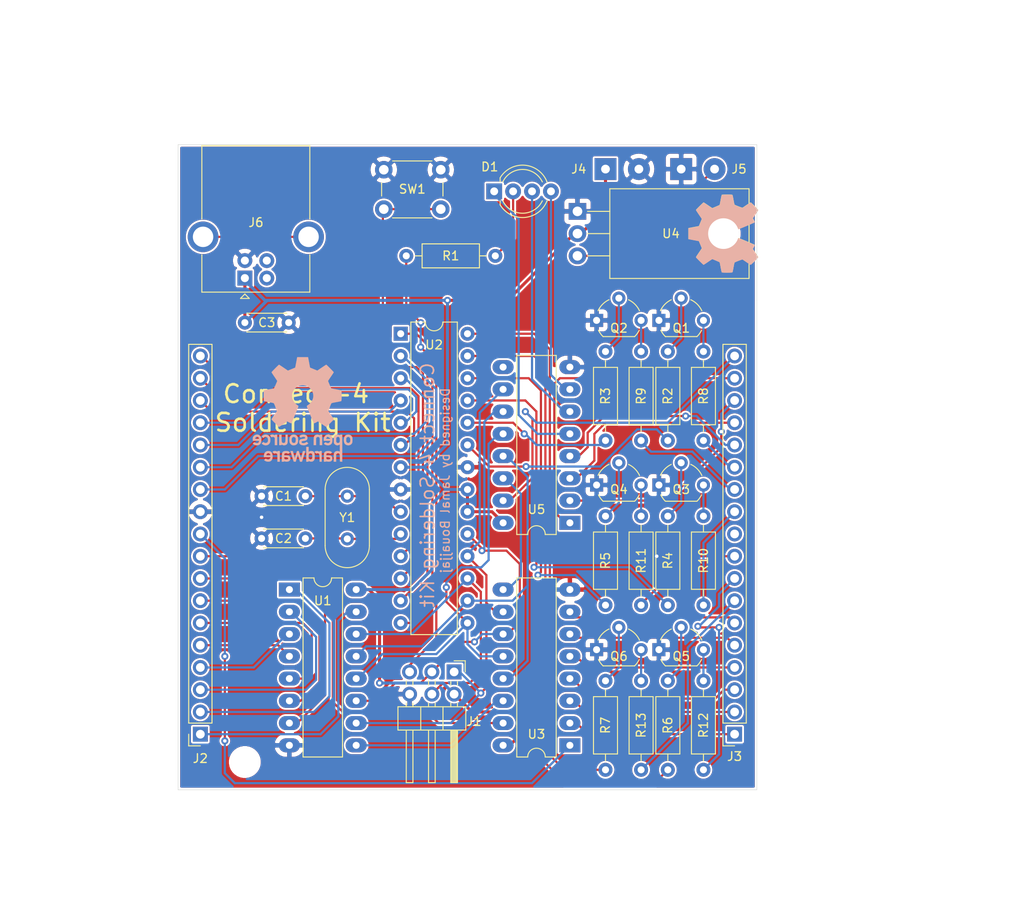
<source format=kicad_pcb>
(kicad_pcb (version 20171130) (host pcbnew "(5.1.5)-3")
  (layers (0 F.Cu signal) (31 B.Cu signal) (34 B.Paste user) (35 F.Paste user) (36 B.SilkS user) (37 F.SilkS user) (38 B.Mask user) (39 F.Mask user) (44 Edge.Cuts user))
  (net 0 "")
  (net 1 XTAL1)
  (net 2 XTAL2)
  (net 3 VCC)
  (net 4 ~RESET)
  (net 5 DATA)
  (net 6 SRCLK)
  (net 7 ~SRCLR)
  (net 8 "Net-(R2-Pad2)")
  (net 9 "Net-(R3-Pad2)")
  (net 10 "Net-(R4-Pad2)")
  (net 11 "Net-(R5-Pad2)")
  (net 12 "Net-(R6-Pad2)")
  (net 13 Button1)
  (net 14 Button2)
  (net 15 Button3)
  (net 16 Button4)
  (net 17 Button5)
  (net 18 Button6)
  (net 19 Button7)
  (net 20 ~OE)
  (net 21 RCLK)
  (net 22 "Net-(U3-Pad9)")
  (net 23 Row3_LEDs)
  (net 24 Row6_LEDs)
  (net 25 Row2_LEDs)
  (net 26 Row5_LEDs)
  (net 27 Row1_LEDs)
  (net 28 Row4_LEDs)
  (net 29 /C4R)
  (net 30 /C3B)
  (net 31 /C3G)
  (net 32 /C3R)
  (net 33 /C2B)
  (net 34 /C2G)
  (net 35 /C2R)
  (net 36 /C1B)
  (net 37 /C1G)
  (net 38 /C1R)
  (net 39 /C6G)
  (net 40 /C6B)
  (net 41 /C7R)
  (net 42 /C7G)
  (net 43 /C7B)
  (net 44 /C6R)
  (net 45 /C5B)
  (net 46 /C5G)
  (net 47 /C5R)
  (net 48 /C4B)
  (net 49 /C4G)
  (net 50 GND)
  (net 51 "Net-(R1-Pad2)")
  (net 52 "Net-(J5-Pad2)")
  (net 53 "Net-(U1-Pad9)")
  (net 54 "Net-(J3-Pad10)")
  (net 55 "Net-(J6-Pad3)")
  (net 56 "Net-(J6-Pad2)")
  (net 57 "Net-(U5-Pad9)")
  (net 58 "Net-(D1-Pad4)")
  (net 59 "Net-(D1-Pad3)")
  (net 60 Status_LED)
  (net 61 "Net-(D1-Pad1)")
  (net 62 "Net-(J6-Pad5)")
  (net 63 "Net-(R7-Pad2)")
  (net 64 Button8)
  (net 65 /R6)
  (net 66 /R5)
  (net 67 /R4)
  (net 68 /R3)
  (net 69 /R2)
  (net 70 /R1)
  (net 71 Row1_Base)
  (net 72 Row2_Base)
  (net 73 Row3_Base)
  (net 74 Row4_Base)
  (net 75 Row5_Base)
  (net 76 Row6_Base)
  (module MountingHole:MountingHole_3.2mm_M3_DIN965 (layer F.Cu) (at 109.22 147.955)
    (fp_text reference H1 hide)
    (fp_text value MountingHole)
    (pad 1 np_thru_hole circle (at 0 0) (size 3.2 3.2) (drill 3.2) (layers *.Cu *.Mask))
  )
  (module Symbol:OSHW-Logo_11.4x12mm_SilkScreen (layer B.Cu) (at 115.824 107.696 180)
    (fp_text reference REF** hide)
    (fp_text value OSHW-Logo_11.4x12mm_SilkScreen hide)
  )
  (module Symbol:OSHW-Symbol_8.9x8mm_SilkScreen (layer B.Cu) (at 163.83 87.63 270)
    (fp_text reference REF** hide)
    (fp_text value OSHW-Symbol_8.9x8mm_SilkScreen hide)
  )
  (module Symbol:OSHW-Symbol_8.9x8mm_SilkScreen (layer F.Cu) (at 163.83 87.63 90)
    (fp_text reference REF** hide)
    (fp_text value OSHW-Symbol_8.9x8mm_SilkScreen hide)
  )
  (module Package_TO_SOT_THT:TO-220-3_Horizontal_TabDown (layer F.Cu) (at 147.17 85.09 270)
    (fp_text reference U4 (at 2.54 -10.668 180) (layer F.SilkS))
    (fp_text value AZ1117-5.0)
    (pad "" np_thru_hole oval (at 2.54 -16.66 270) (size 3.5 3.5) (drill 3.5) (layers *.Cu *.Mask))
    (pad 1 thru_hole rect (at 0 0 270) (size 1.905 2) (drill 1.1) (layers *.Cu *.Mask) (net 50 GND))
    (pad 2 thru_hole oval (at 2.54 0 270) (size 1.905 2) (drill 1.1) (layers *.Cu *.Mask) (net 3 VCC))
    (pad 3 thru_hole oval (at 5.08 0 270) (size 1.905 2) (drill 1.1) (layers *.Cu *.Mask) (net 52 "Net-(J5-Pad2)"))
  )
  (module Package_TO_SOT_THT:TO-92_Wide (layer F.Cu) (at 149.352 135.128)
    (fp_text reference Q6 (at 2.55 0.762) (layer F.SilkS))
    (fp_text value 2N3904)
    (pad 1 thru_hole rect (at 0 0 90) (size 1.5 1.5) (drill 0.8) (layers *.Cu *.Mask) (net 50 GND))
    (pad 3 thru_hole circle (at 5.08 0 90) (size 1.5 1.5) (drill 0.8) (layers *.Cu *.Mask) (net 24 Row6_LEDs))
    (pad 2 thru_hole circle (at 2.54 -2.54 90) (size 1.5 1.5) (drill 0.8) (layers *.Cu *.Mask) (net 76 Row6_Base))
  )
  (module Package_TO_SOT_THT:TO-92_Wide (layer F.Cu) (at 156.464 135.128)
    (fp_text reference Q5 (at 2.55 0.762) (layer F.SilkS))
    (fp_text value 2N3904)
    (pad 1 thru_hole rect (at 0 0 90) (size 1.5 1.5) (drill 0.8) (layers *.Cu *.Mask) (net 50 GND))
    (pad 3 thru_hole circle (at 5.08 0 90) (size 1.5 1.5) (drill 0.8) (layers *.Cu *.Mask) (net 26 Row5_LEDs))
    (pad 2 thru_hole circle (at 2.54 -2.54 90) (size 1.5 1.5) (drill 0.8) (layers *.Cu *.Mask) (net 75 Row5_Base))
  )
  (module Package_TO_SOT_THT:TO-92_Wide (layer F.Cu) (at 149.352 116.332)
    (fp_text reference Q4 (at 2.55 0.508) (layer F.SilkS))
    (fp_text value 2N3904)
    (pad 1 thru_hole rect (at 0 0 90) (size 1.5 1.5) (drill 0.8) (layers *.Cu *.Mask) (net 50 GND))
    (pad 3 thru_hole circle (at 5.08 0 90) (size 1.5 1.5) (drill 0.8) (layers *.Cu *.Mask) (net 28 Row4_LEDs))
    (pad 2 thru_hole circle (at 2.54 -2.54 90) (size 1.5 1.5) (drill 0.8) (layers *.Cu *.Mask) (net 74 Row4_Base))
  )
  (module Package_TO_SOT_THT:TO-92_Wide (layer F.Cu) (at 156.464 116.332)
    (fp_text reference Q3 (at 2.55 0.508) (layer F.SilkS))
    (fp_text value 2N3904)
    (pad 1 thru_hole rect (at 0 0 90) (size 1.5 1.5) (drill 0.8) (layers *.Cu *.Mask) (net 50 GND))
    (pad 3 thru_hole circle (at 5.08 0 90) (size 1.5 1.5) (drill 0.8) (layers *.Cu *.Mask) (net 23 Row3_LEDs))
    (pad 2 thru_hole circle (at 2.54 -2.54 90) (size 1.5 1.5) (drill 0.8) (layers *.Cu *.Mask) (net 73 Row3_Base))
  )
  (module Package_TO_SOT_THT:TO-92_Wide (layer F.Cu) (at 149.352 97.536)
    (fp_text reference Q2 (at 2.55 0.889) (layer F.SilkS))
    (fp_text value 2N3904)
    (pad 1 thru_hole rect (at 0 0 90) (size 1.5 1.5) (drill 0.8) (layers *.Cu *.Mask) (net 50 GND))
    (pad 3 thru_hole circle (at 5.08 0 90) (size 1.5 1.5) (drill 0.8) (layers *.Cu *.Mask) (net 25 Row2_LEDs))
    (pad 2 thru_hole circle (at 2.54 -2.54 90) (size 1.5 1.5) (drill 0.8) (layers *.Cu *.Mask) (net 72 Row2_Base))
  )
  (module Package_TO_SOT_THT:TO-92_Wide (layer F.Cu) (at 156.464 97.536)
    (fp_text reference Q1 (at 2.55 0.889) (layer F.SilkS))
    (fp_text value 2N3904)
    (pad 1 thru_hole rect (at 0 0 90) (size 1.5 1.5) (drill 0.8) (layers *.Cu *.Mask) (net 50 GND))
    (pad 3 thru_hole circle (at 5.08 0 90) (size 1.5 1.5) (drill 0.8) (layers *.Cu *.Mask) (net 27 Row1_LEDs))
    (pad 2 thru_hole circle (at 2.54 -2.54 90) (size 1.5 1.5) (drill 0.8) (layers *.Cu *.Mask) (net 71 Row1_Base))
  )
  (module Resistor_THT:R_Axial_DIN0207_L6.3mm_D2.5mm_P10.16mm_Horizontal (layer F.Cu) (at 154.432 148.844 90)
    (fp_text reference R13 (at 5.08 0 90) (layer F.SilkS))
    (fp_text value R)
    (pad 2 thru_hole oval (at 10.16 0 90) (size 1.6 1.6) (drill 0.8) (layers *.Cu *.Mask) (net 24 Row6_LEDs))
    (pad 1 thru_hole circle (at 0 0 90) (size 1.6 1.6) (drill 0.8) (layers *.Cu *.Mask) (net 65 /R6))
  )
  (module Resistor_THT:R_Axial_DIN0207_L6.3mm_D2.5mm_P10.16mm_Horizontal (layer F.Cu) (at 161.544 148.844 90)
    (fp_text reference R12 (at 5.08 0 90) (layer F.SilkS))
    (fp_text value R)
    (pad 2 thru_hole oval (at 10.16 0 90) (size 1.6 1.6) (drill 0.8) (layers *.Cu *.Mask) (net 26 Row5_LEDs))
    (pad 1 thru_hole circle (at 0 0 90) (size 1.6 1.6) (drill 0.8) (layers *.Cu *.Mask) (net 66 /R5))
  )
  (module Resistor_THT:R_Axial_DIN0207_L6.3mm_D2.5mm_P10.16mm_Horizontal (layer F.Cu) (at 154.432 130.048 90)
    (fp_text reference R11 (at 5.08 0 90) (layer F.SilkS))
    (fp_text value R)
    (pad 2 thru_hole oval (at 10.16 0 90) (size 1.6 1.6) (drill 0.8) (layers *.Cu *.Mask) (net 28 Row4_LEDs))
    (pad 1 thru_hole circle (at 0 0 90) (size 1.6 1.6) (drill 0.8) (layers *.Cu *.Mask) (net 67 /R4))
  )
  (module Resistor_THT:R_Axial_DIN0207_L6.3mm_D2.5mm_P10.16mm_Horizontal (layer F.Cu) (at 161.544 130.048 90)
    (fp_text reference R10 (at 5.08 0 90) (layer F.SilkS))
    (fp_text value R)
    (pad 2 thru_hole oval (at 10.16 0 90) (size 1.6 1.6) (drill 0.8) (layers *.Cu *.Mask) (net 23 Row3_LEDs))
    (pad 1 thru_hole circle (at 0 0 90) (size 1.6 1.6) (drill 0.8) (layers *.Cu *.Mask) (net 68 /R3))
  )
  (module Resistor_THT:R_Axial_DIN0207_L6.3mm_D2.5mm_P10.16mm_Horizontal (layer F.Cu) (at 154.432 111.252 90)
    (fp_text reference R9 (at 5.08 0 90) (layer F.SilkS))
    (fp_text value R)
    (pad 2 thru_hole oval (at 10.16 0 90) (size 1.6 1.6) (drill 0.8) (layers *.Cu *.Mask) (net 25 Row2_LEDs))
    (pad 1 thru_hole circle (at 0 0 90) (size 1.6 1.6) (drill 0.8) (layers *.Cu *.Mask) (net 69 /R2))
  )
  (module Resistor_THT:R_Axial_DIN0207_L6.3mm_D2.5mm_P10.16mm_Horizontal (layer F.Cu) (at 161.544 111.252 90)
    (fp_text reference R8 (at 5.08 0 90) (layer F.SilkS))
    (fp_text value R)
    (pad 2 thru_hole oval (at 10.16 0 90) (size 1.6 1.6) (drill 0.8) (layers *.Cu *.Mask) (net 27 Row1_LEDs))
    (pad 1 thru_hole circle (at 0 0 90) (size 1.6 1.6) (drill 0.8) (layers *.Cu *.Mask) (net 70 /R1))
  )
  (module Connector_PinHeader_2.54mm:PinHeader_2x03_P2.54mm_Horizontal (layer F.Cu) (at 133.096 137.668 270)
    (fp_text reference J1 (at 5.655 -2.27 180) (layer F.SilkS))
    (fp_text value AVR-ISP-6)
    (pad 6 thru_hole oval (at 2.54 5.08 270) (size 1.7 1.7) (drill 1) (layers *.Cu *.Mask) (net 50 GND))
    (pad 5 thru_hole oval (at 0 5.08 270) (size 1.7 1.7) (drill 1) (layers *.Cu *.Mask) (net 4 ~RESET))
    (pad 4 thru_hole oval (at 2.54 2.54 270) (size 1.7 1.7) (drill 1) (layers *.Cu *.Mask) (net 5 DATA))
    (pad 3 thru_hole oval (at 0 2.54 270) (size 1.7 1.7) (drill 1) (layers *.Cu *.Mask) (net 6 SRCLK))
    (pad 2 thru_hole oval (at 2.54 0 270) (size 1.7 1.7) (drill 1) (layers *.Cu *.Mask) (net 3 VCC))
    (pad 1 thru_hole rect (at 0 0 270) (size 1.7 1.7) (drill 1) (layers *.Cu *.Mask) (net 7 ~SRCLR))
  )
  (module Button_Switch_THT:SW_PUSH_6mm_H5mm (layer F.Cu) (at 131.572 84.836 180)
    (fp_text reference SW1 (at 3.25 2.286) (layer F.SilkS))
    (fp_text value SW_SPST)
    (pad 1 thru_hole circle (at 6.5 0 270) (size 2 2) (drill 1.1) (layers *.Cu *.Mask) (net 64 Button8))
    (pad 2 thru_hole circle (at 6.5 4.5 270) (size 2 2) (drill 1.1) (layers *.Cu *.Mask) (net 50 GND))
    (pad 1 thru_hole circle (at 0 0 270) (size 2 2) (drill 1.1) (layers *.Cu *.Mask) (net 64 Button8))
    (pad 2 thru_hole circle (at 0 4.5 270) (size 2 2) (drill 1.1) (layers *.Cu *.Mask) (net 50 GND))
  )
  (module Resistor_THT:R_Axial_DIN0207_L6.3mm_D2.5mm_P10.16mm_Horizontal (layer F.Cu) (at 137.795 90.17 180)
    (fp_text reference R1 (at 5.08 0) (layer F.SilkS))
    (fp_text value R)
    (pad 2 thru_hole oval (at 10.16 0 180) (size 1.6 1.6) (drill 0.8) (layers *.Cu *.Mask) (net 51 "Net-(R1-Pad2)"))
    (pad 1 thru_hole circle (at 0 0 180) (size 1.6 1.6) (drill 0.8) (layers *.Cu *.Mask) (net 60 Status_LED))
  )
  (module Connector_USB:USB_B_OST_USB-B1HSxx_Horizontal (layer F.Cu) (at 109.22 92.71 90)
    (fp_text reference J6 (at 6.35 1.27 180) (layer F.SilkS))
    (fp_text value USB_B)
    (pad 5 thru_hole circle (at 4.71 7.27 90) (size 3.5 3.5) (drill 2.33) (layers *.Cu *.Mask) (net 62 "Net-(J6-Pad5)"))
    (pad 5 thru_hole circle (at 4.71 -4.77 90) (size 3.5 3.5) (drill 2.33) (layers *.Cu *.Mask) (net 62 "Net-(J6-Pad5)"))
    (pad 4 thru_hole circle (at 2 0 90) (size 1.7 1.7) (drill 0.92) (layers *.Cu *.Mask) (net 50 GND))
    (pad 3 thru_hole circle (at 2 2.5 90) (size 1.7 1.7) (drill 0.92) (layers *.Cu *.Mask) (net 55 "Net-(J6-Pad3)"))
    (pad 2 thru_hole circle (at 0 2.5 90) (size 1.7 1.7) (drill 0.92) (layers *.Cu *.Mask) (net 56 "Net-(J6-Pad2)"))
    (pad 1 thru_hole rect (at 0 0 90) (size 1.7 1.7) (drill 0.92) (layers *.Cu *.Mask) (net 3 VCC))
  )
  (module LED_THT:LED_D5.0mm-4_RGB_Wide_Pins (layer F.Cu) (at 137.668 82.804)
    (fp_text reference D1 (at -0.508 -2.794) (layer F.SilkS))
    (fp_text value LED_RCGB)
    (pad 4 thru_hole circle (at 6.477 0) (size 1.8 1.8) (drill 0.9) (layers *.Cu *.Mask) (net 58 "Net-(D1-Pad4)"))
    (pad 3 thru_hole circle (at 4.318 0) (size 1.8 1.8) (drill 0.9) (layers *.Cu *.Mask) (net 59 "Net-(D1-Pad3)"))
    (pad 2 thru_hole circle (at 2.159 0) (size 1.8 1.8) (drill 0.9) (layers *.Cu *.Mask) (net 60 Status_LED))
    (pad 1 thru_hole rect (at 0 0) (size 1.8 1.8) (drill 0.9) (layers *.Cu *.Mask) (net 61 "Net-(D1-Pad1)"))
  )
  (module Connector_Wire:SolderWirePad_1x02_P3.81mm_Drill1mm (layer F.Cu) (at 150.368 80.264)
    (fp_text reference J4 (at -3.048 0) (layer F.SilkS))
    (fp_text value Conn_01x02)
    (pad 1 thru_hole rect (at 0 0) (size 2.49936 2.49936) (drill 1.00076) (layers *.Cu *.Mask) (net 3 VCC))
    (pad 2 thru_hole circle (at 3.81 0) (size 2.49936 2.49936) (drill 1.00076) (layers *.Cu *.Mask) (net 50 GND))
  )
  (module Connector_Wire:SolderWirePad_1x02_P3.81mm_Drill1mm (layer F.Cu) (at 159.004 80.264)
    (fp_text reference J5 (at 6.604 0) (layer F.SilkS))
    (fp_text value Conn_01x02)
    (pad 1 thru_hole rect (at 0 0) (size 2.49936 2.49936) (drill 1.00076) (layers *.Cu *.Mask) (net 50 GND))
    (pad 2 thru_hole circle (at 3.81 0) (size 2.49936 2.49936) (drill 1.00076) (layers *.Cu *.Mask) (net 52 "Net-(J5-Pad2)"))
  )
  (module Crystal:Crystal_HC49-4H_Vertical (layer F.Cu) (at 120.904 117.602 270)
    (fp_text reference Y1 (at 2.44 0 180) (layer F.SilkS))
    (fp_text value "16 Mhz")
    (pad 2 thru_hole circle (at 4.88 0 270) (size 1.5 1.5) (drill 0.8) (layers *.Cu *.Mask) (net 2 XTAL2))
    (pad 1 thru_hole circle (at 0 0 270) (size 1.5 1.5) (drill 0.8) (layers *.Cu *.Mask) (net 1 XTAL1))
  )
  (module Connector_PinSocket_2.54mm:PinSocket_1x18_P2.54mm_Vertical (layer F.Cu) (at 165.1 144.78 180)
    (fp_text reference J3 (at 0 -2.54) (layer F.SilkS))
    (fp_text value Conn_01x18_Female)
    (pad 1 thru_hole rect (at 0 0 180) (size 1.7 1.7) (drill 1) (layers *.Cu *.Mask) (net 49 /C4G))
    (pad 2 thru_hole oval (at 0 2.54 180) (size 1.7 1.7) (drill 1) (layers *.Cu *.Mask) (net 48 /C4B))
    (pad 3 thru_hole oval (at 0 5.08 180) (size 1.7 1.7) (drill 1) (layers *.Cu *.Mask) (net 47 /C5R))
    (pad 4 thru_hole oval (at 0 7.62 180) (size 1.7 1.7) (drill 1) (layers *.Cu *.Mask) (net 46 /C5G))
    (pad 5 thru_hole oval (at 0 10.16 180) (size 1.7 1.7) (drill 1) (layers *.Cu *.Mask) (net 45 /C5B))
    (pad 6 thru_hole oval (at 0 12.7 180) (size 1.7 1.7) (drill 1) (layers *.Cu *.Mask) (net 44 /C6R))
    (pad 7 thru_hole oval (at 0 15.24 180) (size 1.7 1.7) (drill 1) (layers *.Cu *.Mask) (net 65 /R6))
    (pad 8 thru_hole oval (at 0 17.78 180) (size 1.7 1.7) (drill 1) (layers *.Cu *.Mask) (net 66 /R5))
    (pad 9 thru_hole oval (at 0 20.32 180) (size 1.7 1.7) (drill 1) (layers *.Cu *.Mask) (net 67 /R4))
    (pad 10 thru_hole oval (at 0 22.86 180) (size 1.7 1.7) (drill 1) (layers *.Cu *.Mask) (net 54 "Net-(J3-Pad10)"))
    (pad 11 thru_hole oval (at 0 25.4 180) (size 1.7 1.7) (drill 1) (layers *.Cu *.Mask) (net 68 /R3))
    (pad 12 thru_hole oval (at 0 27.94 180) (size 1.7 1.7) (drill 1) (layers *.Cu *.Mask) (net 69 /R2))
    (pad 13 thru_hole oval (at 0 30.48 180) (size 1.7 1.7) (drill 1) (layers *.Cu *.Mask) (net 70 /R1))
    (pad 14 thru_hole oval (at 0 33.02 180) (size 1.7 1.7) (drill 1) (layers *.Cu *.Mask) (net 43 /C7B))
    (pad 15 thru_hole oval (at 0 35.56 180) (size 1.7 1.7) (drill 1) (layers *.Cu *.Mask) (net 42 /C7G))
    (pad 16 thru_hole oval (at 0 38.1 180) (size 1.7 1.7) (drill 1) (layers *.Cu *.Mask) (net 41 /C7R))
    (pad 17 thru_hole oval (at 0 40.64 180) (size 1.7 1.7) (drill 1) (layers *.Cu *.Mask) (net 40 /C6B))
    (pad 18 thru_hole oval (at 0 43.18 180) (size 1.7 1.7) (drill 1) (layers *.Cu *.Mask) (net 39 /C6G))
  )
  (module Connector_PinSocket_2.54mm:PinSocket_1x18_P2.54mm_Vertical (layer F.Cu) (at 104.14 144.78 180)
    (fp_text reference J2 (at 0 -2.77) (layer F.SilkS))
    (fp_text value Conn_01x18_Female)
    (pad 1 thru_hole rect (at 0 0 180) (size 1.7 1.7) (drill 1) (layers *.Cu *.Mask) (net 38 /C1R))
    (pad 2 thru_hole oval (at 0 2.54 180) (size 1.7 1.7) (drill 1) (layers *.Cu *.Mask) (net 37 /C1G))
    (pad 3 thru_hole oval (at 0 5.08 180) (size 1.7 1.7) (drill 1) (layers *.Cu *.Mask) (net 36 /C1B))
    (pad 4 thru_hole oval (at 0 7.62 180) (size 1.7 1.7) (drill 1) (layers *.Cu *.Mask) (net 35 /C2R))
    (pad 5 thru_hole oval (at 0 10.16 180) (size 1.7 1.7) (drill 1) (layers *.Cu *.Mask) (net 34 /C2G))
    (pad 6 thru_hole oval (at 0 12.7 180) (size 1.7 1.7) (drill 1) (layers *.Cu *.Mask) (net 33 /C2B))
    (pad 7 thru_hole oval (at 0 15.24 180) (size 1.7 1.7) (drill 1) (layers *.Cu *.Mask) (net 32 /C3R))
    (pad 8 thru_hole oval (at 0 17.78 180) (size 1.7 1.7) (drill 1) (layers *.Cu *.Mask) (net 31 /C3G))
    (pad 9 thru_hole oval (at 0 20.32 180) (size 1.7 1.7) (drill 1) (layers *.Cu *.Mask) (net 30 /C3B))
    (pad 10 thru_hole oval (at 0 22.86 180) (size 1.7 1.7) (drill 1) (layers *.Cu *.Mask) (net 29 /C4R))
    (pad 11 thru_hole oval (at 0 25.4 180) (size 1.7 1.7) (drill 1) (layers *.Cu *.Mask) (net 50 GND))
    (pad 12 thru_hole oval (at 0 27.94 180) (size 1.7 1.7) (drill 1) (layers *.Cu *.Mask) (net 13 Button1))
    (pad 13 thru_hole oval (at 0 30.48 180) (size 1.7 1.7) (drill 1) (layers *.Cu *.Mask) (net 14 Button2))
    (pad 14 thru_hole oval (at 0 33.02 180) (size 1.7 1.7) (drill 1) (layers *.Cu *.Mask) (net 15 Button3))
    (pad 15 thru_hole oval (at 0 35.56 180) (size 1.7 1.7) (drill 1) (layers *.Cu *.Mask) (net 16 Button4))
    (pad 16 thru_hole oval (at 0 38.1 180) (size 1.7 1.7) (drill 1) (layers *.Cu *.Mask) (net 17 Button5))
    (pad 17 thru_hole oval (at 0 40.64 180) (size 1.7 1.7) (drill 1) (layers *.Cu *.Mask) (net 18 Button6))
    (pad 18 thru_hole oval (at 0 43.18 180) (size 1.7 1.7) (drill 1) (layers *.Cu *.Mask) (net 19 Button7))
  )
  (module Package_DIP:DIP-16_W7.62mm_LongPads (layer F.Cu) (at 114.3 128.27)
    (fp_text reference U1 (at 3.81 1.27) (layer F.SilkS))
    (fp_text value 74HC595)
    (pad 1 thru_hole rect (at 0 0) (size 2.4 1.6) (drill 0.8) (layers *.Cu *.Mask) (net 37 /C1G))
    (pad 9 thru_hole oval (at 7.62 17.78) (size 2.4 1.6) (drill 0.8) (layers *.Cu *.Mask) (net 53 "Net-(U1-Pad9)"))
    (pad 2 thru_hole oval (at 0 2.54) (size 2.4 1.6) (drill 0.8) (layers *.Cu *.Mask) (net 36 /C1B))
    (pad 10 thru_hole oval (at 7.62 15.24) (size 2.4 1.6) (drill 0.8) (layers *.Cu *.Mask) (net 7 ~SRCLR))
    (pad 3 thru_hole oval (at 0 5.08) (size 2.4 1.6) (drill 0.8) (layers *.Cu *.Mask) (net 35 /C2R))
    (pad 11 thru_hole oval (at 7.62 12.7) (size 2.4 1.6) (drill 0.8) (layers *.Cu *.Mask) (net 6 SRCLK))
    (pad 4 thru_hole oval (at 0 7.62) (size 2.4 1.6) (drill 0.8) (layers *.Cu *.Mask) (net 34 /C2G))
    (pad 12 thru_hole oval (at 7.62 10.16) (size 2.4 1.6) (drill 0.8) (layers *.Cu *.Mask) (net 21 RCLK))
    (pad 5 thru_hole oval (at 0 10.16) (size 2.4 1.6) (drill 0.8) (layers *.Cu *.Mask) (net 33 /C2B))
    (pad 13 thru_hole oval (at 7.62 7.62) (size 2.4 1.6) (drill 0.8) (layers *.Cu *.Mask) (net 20 ~OE))
    (pad 6 thru_hole oval (at 0 12.7) (size 2.4 1.6) (drill 0.8) (layers *.Cu *.Mask) (net 32 /C3R))
    (pad 14 thru_hole oval (at 7.62 5.08) (size 2.4 1.6) (drill 0.8) (layers *.Cu *.Mask) (net 5 DATA))
    (pad 7 thru_hole oval (at 0 15.24) (size 2.4 1.6) (drill 0.8) (layers *.Cu *.Mask) (net 31 /C3G))
    (pad 15 thru_hole oval (at 7.62 2.54) (size 2.4 1.6) (drill 0.8) (layers *.Cu *.Mask) (net 38 /C1R))
    (pad 8 thru_hole oval (at 0 17.78) (size 2.4 1.6) (drill 0.8) (layers *.Cu *.Mask) (net 50 GND))
    (pad 16 thru_hole oval (at 7.62 0) (size 2.4 1.6) (drill 0.8) (layers *.Cu *.Mask) (net 3 VCC))
  )
  (module Package_DIP:DIP-28_W7.62mm (layer F.Cu) (at 127 99.06)
    (fp_text reference U2 (at 3.81 1.27) (layer F.SilkS))
    (fp_text value ATmega328P-PU)
    (pad 1 thru_hole rect (at 0 0) (size 1.6 1.6) (drill 0.8) (layers *.Cu *.Mask) (net 4 ~RESET))
    (pad 15 thru_hole oval (at 7.62 33.02) (size 1.6 1.6) (drill 0.8) (layers *.Cu *.Mask) (net 21 RCLK))
    (pad 2 thru_hole oval (at 0 2.54) (size 1.6 1.6) (drill 0.8) (layers *.Cu *.Mask) (net 13 Button1))
    (pad 16 thru_hole oval (at 7.62 30.48) (size 1.6 1.6) (drill 0.8) (layers *.Cu *.Mask) (net 20 ~OE))
    (pad 3 thru_hole oval (at 0 5.08) (size 1.6 1.6) (drill 0.8) (layers *.Cu *.Mask) (net 14 Button2))
    (pad 17 thru_hole oval (at 7.62 27.94) (size 1.6 1.6) (drill 0.8) (layers *.Cu *.Mask) (net 5 DATA))
    (pad 4 thru_hole oval (at 0 7.62) (size 1.6 1.6) (drill 0.8) (layers *.Cu *.Mask) (net 15 Button3))
    (pad 18 thru_hole oval (at 7.62 25.4) (size 1.6 1.6) (drill 0.8) (layers *.Cu *.Mask) (net 7 ~SRCLR))
    (pad 5 thru_hole oval (at 0 10.16) (size 1.6 1.6) (drill 0.8) (layers *.Cu *.Mask) (net 16 Button4))
    (pad 19 thru_hole oval (at 7.62 22.86) (size 1.6 1.6) (drill 0.8) (layers *.Cu *.Mask) (net 6 SRCLK))
    (pad 6 thru_hole oval (at 0 12.7) (size 1.6 1.6) (drill 0.8) (layers *.Cu *.Mask) (net 17 Button5))
    (pad 20 thru_hole oval (at 7.62 20.32) (size 1.6 1.6) (drill 0.8) (layers *.Cu *.Mask) (net 3 VCC))
    (pad 7 thru_hole oval (at 0 15.24) (size 1.6 1.6) (drill 0.8) (layers *.Cu *.Mask) (net 3 VCC))
    (pad 21 thru_hole oval (at 7.62 17.78) (size 1.6 1.6) (drill 0.8) (layers *.Cu *.Mask) (net 3 VCC))
    (pad 8 thru_hole oval (at 0 17.78) (size 1.6 1.6) (drill 0.8) (layers *.Cu *.Mask) (net 50 GND))
    (pad 22 thru_hole oval (at 7.62 15.24) (size 1.6 1.6) (drill 0.8) (layers *.Cu *.Mask) (net 50 GND))
    (pad 9 thru_hole oval (at 0 20.32) (size 1.6 1.6) (drill 0.8) (layers *.Cu *.Mask) (net 1 XTAL1))
    (pad 23 thru_hole oval (at 7.62 12.7) (size 1.6 1.6) (drill 0.8) (layers *.Cu *.Mask) (net 8 "Net-(R2-Pad2)"))
    (pad 10 thru_hole oval (at 0 22.86) (size 1.6 1.6) (drill 0.8) (layers *.Cu *.Mask) (net 2 XTAL2))
    (pad 24 thru_hole oval (at 7.62 10.16) (size 1.6 1.6) (drill 0.8) (layers *.Cu *.Mask) (net 9 "Net-(R3-Pad2)"))
    (pad 11 thru_hole oval (at 0 25.4) (size 1.6 1.6) (drill 0.8) (layers *.Cu *.Mask) (net 18 Button6))
    (pad 25 thru_hole oval (at 7.62 7.62) (size 1.6 1.6) (drill 0.8) (layers *.Cu *.Mask) (net 10 "Net-(R4-Pad2)"))
    (pad 12 thru_hole oval (at 0 27.94) (size 1.6 1.6) (drill 0.8) (layers *.Cu *.Mask) (net 19 Button7))
    (pad 26 thru_hole oval (at 7.62 5.08) (size 1.6 1.6) (drill 0.8) (layers *.Cu *.Mask) (net 11 "Net-(R5-Pad2)"))
    (pad 13 thru_hole oval (at 0 30.48) (size 1.6 1.6) (drill 0.8) (layers *.Cu *.Mask) (net 64 Button8))
    (pad 27 thru_hole oval (at 7.62 2.54) (size 1.6 1.6) (drill 0.8) (layers *.Cu *.Mask) (net 12 "Net-(R6-Pad2)"))
    (pad 14 thru_hole oval (at 0 33.02) (size 1.6 1.6) (drill 0.8) (layers *.Cu *.Mask) (net 51 "Net-(R1-Pad2)"))
    (pad 28 thru_hole oval (at 7.62 0) (size 1.6 1.6) (drill 0.8) (layers *.Cu *.Mask) (net 63 "Net-(R7-Pad2)"))
  )
  (module Resistor_THT:R_Axial_DIN0207_L6.3mm_D2.5mm_P10.16mm_Horizontal (layer F.Cu) (at 150.368 138.684 270)
    (fp_text reference R7 (at 5.08 0 270) (layer F.SilkS))
    (fp_text value R)
    (pad 1 thru_hole circle (at 0 0 270) (size 1.6 1.6) (drill 0.8) (layers *.Cu *.Mask) (net 76 Row6_Base))
    (pad 2 thru_hole oval (at 10.16 0 270) (size 1.6 1.6) (drill 0.8) (layers *.Cu *.Mask) (net 63 "Net-(R7-Pad2)"))
  )
  (module Capacitor_THT:C_Disc_D4.3mm_W1.9mm_P5.00mm (layer F.Cu) (at 109.22 97.79)
    (fp_text reference C3 (at 2.5 0) (layer F.SilkS))
    (fp_text value C)
    (pad 1 thru_hole circle (at 0 0) (size 1.6 1.6) (drill 0.8) (layers *.Cu *.Mask) (net 3 VCC))
    (pad 2 thru_hole circle (at 5 0) (size 1.6 1.6) (drill 0.8) (layers *.Cu *.Mask) (net 50 GND))
  )
  (module Capacitor_THT:C_Disc_D4.3mm_W1.9mm_P5.00mm (layer F.Cu) (at 111.125 122.428)
    (fp_text reference C2 (at 2.5 0) (layer F.SilkS))
    (fp_text value C)
    (pad 1 thru_hole circle (at 0 0) (size 1.6 1.6) (drill 0.8) (layers *.Cu *.Mask) (net 50 GND))
    (pad 2 thru_hole circle (at 5 0) (size 1.6 1.6) (drill 0.8) (layers *.Cu *.Mask) (net 2 XTAL2))
  )
  (module Capacitor_THT:C_Disc_D4.3mm_W1.9mm_P5.00mm (layer F.Cu) (at 111.125 117.602)
    (fp_text reference C1 (at 2.5 0) (layer F.SilkS))
    (fp_text value C)
    (pad 1 thru_hole circle (at 0 0) (size 1.6 1.6) (drill 0.8) (layers *.Cu *.Mask) (net 50 GND))
    (pad 2 thru_hole circle (at 5 0) (size 1.6 1.6) (drill 0.8) (layers *.Cu *.Mask) (net 1 XTAL1))
  )
  (module Package_DIP:DIP-16_W7.62mm_LongPads (layer F.Cu) (at 146.304 120.65 180)
    (fp_text reference U5 (at 3.81 1.524) (layer F.SilkS))
    (fp_text value 74HC595)
    (pad 1 thru_hole rect (at 0 0 180) (size 2.4 1.6) (drill 0.8) (layers *.Cu *.Mask) (net 40 /C6B))
    (pad 9 thru_hole oval (at 7.62 17.78 180) (size 2.4 1.6) (drill 0.8) (layers *.Cu *.Mask) (net 57 "Net-(U5-Pad9)"))
    (pad 2 thru_hole oval (at 0 2.54 180) (size 2.4 1.6) (drill 0.8) (layers *.Cu *.Mask) (net 41 /C7R))
    (pad 10 thru_hole oval (at 7.62 15.24 180) (size 2.4 1.6) (drill 0.8) (layers *.Cu *.Mask) (net 7 ~SRCLR))
    (pad 3 thru_hole oval (at 0 5.08 180) (size 2.4 1.6) (drill 0.8) (layers *.Cu *.Mask) (net 42 /C7G))
    (pad 11 thru_hole oval (at 7.62 12.7 180) (size 2.4 1.6) (drill 0.8) (layers *.Cu *.Mask) (net 6 SRCLK))
    (pad 4 thru_hole oval (at 0 7.62 180) (size 2.4 1.6) (drill 0.8) (layers *.Cu *.Mask) (net 43 /C7B))
    (pad 12 thru_hole oval (at 7.62 10.16 180) (size 2.4 1.6) (drill 0.8) (layers *.Cu *.Mask) (net 21 RCLK))
    (pad 5 thru_hole oval (at 0 10.16 180) (size 2.4 1.6) (drill 0.8) (layers *.Cu *.Mask) (net 61 "Net-(D1-Pad1)"))
    (pad 13 thru_hole oval (at 7.62 7.62 180) (size 2.4 1.6) (drill 0.8) (layers *.Cu *.Mask) (net 20 ~OE))
    (pad 6 thru_hole oval (at 0 12.7 180) (size 2.4 1.6) (drill 0.8) (layers *.Cu *.Mask) (net 59 "Net-(D1-Pad3)"))
    (pad 14 thru_hole oval (at 7.62 5.08 180) (size 2.4 1.6) (drill 0.8) (layers *.Cu *.Mask) (net 22 "Net-(U3-Pad9)"))
    (pad 7 thru_hole oval (at 0 15.24 180) (size 2.4 1.6) (drill 0.8) (layers *.Cu *.Mask) (net 58 "Net-(D1-Pad4)"))
    (pad 15 thru_hole oval (at 7.62 2.54 180) (size 2.4 1.6) (drill 0.8) (layers *.Cu *.Mask) (net 39 /C6G))
    (pad 8 thru_hole oval (at 0 17.78 180) (size 2.4 1.6) (drill 0.8) (layers *.Cu *.Mask) (net 50 GND))
    (pad 16 thru_hole oval (at 7.62 0 180) (size 2.4 1.6) (drill 0.8) (layers *.Cu *.Mask) (net 3 VCC))
  )
  (module Package_DIP:DIP-16_W7.62mm_LongPads (layer F.Cu) (at 146.304 146.05 180)
    (fp_text reference U3 (at 3.81 1.27) (layer F.SilkS))
    (fp_text value 74HC595)
    (pad 1 thru_hole rect (at 0 0 180) (size 2.4 1.6) (drill 0.8) (layers *.Cu *.Mask) (net 29 /C4R))
    (pad 9 thru_hole oval (at 7.62 17.78 180) (size 2.4 1.6) (drill 0.8) (layers *.Cu *.Mask) (net 22 "Net-(U3-Pad9)"))
    (pad 2 thru_hole oval (at 0 2.54 180) (size 2.4 1.6) (drill 0.8) (layers *.Cu *.Mask) (net 49 /C4G))
    (pad 10 thru_hole oval (at 7.62 15.24 180) (size 2.4 1.6) (drill 0.8) (layers *.Cu *.Mask) (net 7 ~SRCLR))
    (pad 3 thru_hole oval (at 0 5.08 180) (size 2.4 1.6) (drill 0.8) (layers *.Cu *.Mask) (net 48 /C4B))
    (pad 11 thru_hole oval (at 7.62 12.7 180) (size 2.4 1.6) (drill 0.8) (layers *.Cu *.Mask) (net 6 SRCLK))
    (pad 4 thru_hole oval (at 0 7.62 180) (size 2.4 1.6) (drill 0.8) (layers *.Cu *.Mask) (net 47 /C5R))
    (pad 12 thru_hole oval (at 7.62 10.16 180) (size 2.4 1.6) (drill 0.8) (layers *.Cu *.Mask) (net 21 RCLK))
    (pad 5 thru_hole oval (at 0 10.16 180) (size 2.4 1.6) (drill 0.8) (layers *.Cu *.Mask) (net 46 /C5G))
    (pad 13 thru_hole oval (at 7.62 7.62 180) (size 2.4 1.6) (drill 0.8) (layers *.Cu *.Mask) (net 20 ~OE))
    (pad 6 thru_hole oval (at 0 12.7 180) (size 2.4 1.6) (drill 0.8) (layers *.Cu *.Mask) (net 45 /C5B))
    (pad 14 thru_hole oval (at 7.62 5.08 180) (size 2.4 1.6) (drill 0.8) (layers *.Cu *.Mask) (net 53 "Net-(U1-Pad9)"))
    (pad 7 thru_hole oval (at 0 15.24 180) (size 2.4 1.6) (drill 0.8) (layers *.Cu *.Mask) (net 44 /C6R))
    (pad 15 thru_hole oval (at 7.62 2.54 180) (size 2.4 1.6) (drill 0.8) (layers *.Cu *.Mask) (net 30 /C3B))
    (pad 8 thru_hole oval (at 0 17.78 180) (size 2.4 1.6) (drill 0.8) (layers *.Cu *.Mask) (net 50 GND))
    (pad 16 thru_hole oval (at 7.62 0 180) (size 2.4 1.6) (drill 0.8) (layers *.Cu *.Mask) (net 3 VCC))
  )
  (module Resistor_THT:R_Axial_DIN0207_L6.3mm_D2.5mm_P10.16mm_Horizontal (layer F.Cu) (at 157.48 138.684 270)
    (fp_text reference R6 (at 5.08 0 270) (layer F.SilkS))
    (fp_text value R)
    (pad 1 thru_hole circle (at 0 0 270) (size 1.6 1.6) (drill 0.8) (layers *.Cu *.Mask) (net 75 Row5_Base))
    (pad 2 thru_hole oval (at 10.16 0 270) (size 1.6 1.6) (drill 0.8) (layers *.Cu *.Mask) (net 12 "Net-(R6-Pad2)"))
  )
  (module Resistor_THT:R_Axial_DIN0207_L6.3mm_D2.5mm_P10.16mm_Horizontal (layer F.Cu) (at 150.368 119.888 270)
    (fp_text reference R5 (at 5.08 0 270) (layer F.SilkS))
    (fp_text value R)
    (pad 1 thru_hole circle (at 0 0 270) (size 1.6 1.6) (drill 0.8) (layers *.Cu *.Mask) (net 74 Row4_Base))
    (pad 2 thru_hole oval (at 10.16 0 270) (size 1.6 1.6) (drill 0.8) (layers *.Cu *.Mask) (net 11 "Net-(R5-Pad2)"))
  )
  (module Resistor_THT:R_Axial_DIN0207_L6.3mm_D2.5mm_P10.16mm_Horizontal (layer F.Cu) (at 157.48 119.888 270)
    (fp_text reference R4 (at 5.08 0 270) (layer F.SilkS))
    (fp_text value R)
    (pad 1 thru_hole circle (at 0 0 270) (size 1.6 1.6) (drill 0.8) (layers *.Cu *.Mask) (net 73 Row3_Base))
    (pad 2 thru_hole oval (at 10.16 0 270) (size 1.6 1.6) (drill 0.8) (layers *.Cu *.Mask) (net 10 "Net-(R4-Pad2)"))
  )
  (module Resistor_THT:R_Axial_DIN0207_L6.3mm_D2.5mm_P10.16mm_Horizontal (layer F.Cu) (at 150.368 101.092 270)
    (fp_text reference R3 (at 5.08 0 270) (layer F.SilkS))
    (fp_text value R)
    (pad 1 thru_hole circle (at 0 0 270) (size 1.6 1.6) (drill 0.8) (layers *.Cu *.Mask) (net 72 Row2_Base))
    (pad 2 thru_hole oval (at 10.16 0 270) (size 1.6 1.6) (drill 0.8) (layers *.Cu *.Mask) (net 9 "Net-(R3-Pad2)"))
  )
  (module Resistor_THT:R_Axial_DIN0207_L6.3mm_D2.5mm_P10.16mm_Horizontal (layer F.Cu) (at 157.48 101.092 270)
    (fp_text reference R2 (at 5.08 0 270) (layer F.SilkS))
    (fp_text value R)
    (pad 1 thru_hole circle (at 0 0 270) (size 1.6 1.6) (drill 0.8) (layers *.Cu *.Mask) (net 71 Row1_Base))
    (pad 2 thru_hole oval (at 10.16 0 270) (size 1.6 1.6) (drill 0.8) (layers *.Cu *.Mask) (net 8 "Net-(R2-Pad2)"))
  )
  (gr_text "Connect-4 \nSoldering Kit" (at 115.824 107.569) (layer F.SilkS) (effects (font (size 2.032 2.032) (thickness 0.3))))
  (gr_line (start 167.64 77.47) (end 167.64 95.25) (layer Edge.Cuts) (width 0.05))
  (gr_line (start 133.35 77.47) (end 167.64 77.47) (layer Edge.Cuts) (width 0.05))
  (gr_line (start 101.6 77.47) (end 133.35 77.47) (layer Edge.Cuts) (width 0.05))
  (gr_line (start 101.6 95.25) (end 101.6 77.47) (layer Edge.Cuts) (width 0.05))
  (gr_text "Designed by Jamal Bouajjaj" (at 132.08 115.824 90) (layer B.SilkS) (effects (font (size 1 1)) (justify mirror)))
  (gr_text "Connect 4 Soldering Kit" (at 130.048 116.332 90) (layer B.SilkS) (effects (font (size 1.524 1.524) (thickness 0.1905)) (justify mirror)))
  (gr_line (start 101.6 95.25) (end 101.6 151.13) (layer Edge.Cuts) (width 0.05))
  (gr_line (start 167.64 151.13) (end 167.64 95.25) (layer Edge.Cuts) (width 0.05))
  (gr_line (start 101.6 151.13) (end 167.64 151.13) (layer Edge.Cuts) (width 0.05))
  (segment (start 126.746 119.38) (end 127 119.38) (width 0.25) (layer F.Cu) (net 1))
  (segment (start 124.968 117.602) (end 126.746 119.38) (width 0.25) (layer F.Cu) (net 1))
  (segment (start 120.904 117.602) (end 124.968 117.602) (width 0.25) (layer F.Cu) (net 1))
  (segment (start 116.379 117.602) (end 120.904 117.602) (width 0.25) (layer F.Cu) (net 1))
  (segment (start 116.125 117.348) (end 116.379 117.602) (width 0.25) (layer F.Cu) (net 1))
  (segment (start 120.85 122.428) (end 120.904 122.482) (width 0.25) (layer F.Cu) (net 2))
  (segment (start 116.125 122.428) (end 120.85 122.428) (width 0.25) (layer F.Cu) (net 2))
  (segment (start 126.438 122.482) (end 127 121.92) (width 0.25) (layer F.Cu) (net 2))
  (segment (start 120.904 122.482) (end 126.438 122.482) (width 0.25) (layer F.Cu) (net 2))
  (segment (start 150.368 80.264) (end 150.368 81.28) (width 0.35) (layer B.Cu) (net 3))
  (segment (start 134.62 116.84) (end 134.62 119.38) (width 0.35) (layer F.Cu) (net 3))
  (segment (start 127 114.3) (end 129.667 114.3) (width 0.35) (layer B.Cu) (net 3))
  (segment (start 132.207 116.84) (end 134.62 116.84) (width 0.35) (layer B.Cu) (net 3))
  (segment (start 129.667 114.3) (end 132.207 116.84) (width 0.35) (layer B.Cu) (net 3))
  (segment (start 109.22 92.71) (end 109.22 97.79) (width 0.35) (layer F.Cu) (net 3))
  (segment (start 130.556 118.491) (end 132.207 116.84) (width 0.35) (layer B.Cu) (net 3))
  (segment (start 130.556 125.984) (end 130.556 118.491) (width 0.35) (layer B.Cu) (net 3))
  (segment (start 128.27 128.27) (end 130.556 125.984) (width 0.35) (layer B.Cu) (net 3))
  (segment (start 121.92 128.27) (end 128.27 128.27) (width 0.35) (layer B.Cu) (net 3))
  (segment (start 137.414 119.38) (end 138.684 120.65) (width 0.35) (layer F.Cu) (net 3))
  (segment (start 134.62 119.38) (end 137.414 119.38) (width 0.35) (layer F.Cu) (net 3))
  (via (at 124.587 138.938) (size 0.8) (drill 0.4) (layers F.Cu B.Cu) (net 3))
  (segment (start 124.587 138.372315) (end 124.587 138.938) (width 0.35) (layer F.Cu) (net 3))
  (segment (start 121.92 128.27) (end 123.37 128.27) (width 0.35) (layer F.Cu) (net 3))
  (segment (start 123.37 128.27) (end 124.587 129.487) (width 0.35) (layer F.Cu) (net 3))
  (segment (start 124.587 129.487) (end 124.587 138.372315) (width 0.35) (layer F.Cu) (net 3))
  (segment (start 133.096 140.208) (end 131.826 138.938) (width 0.35) (layer B.Cu) (net 3))
  (segment (start 131.826 138.938) (end 124.587 138.938) (width 0.35) (layer B.Cu) (net 3))
  (via (at 132.334022 95.25) (size 0.8) (drill 0.4) (layers F.Cu B.Cu) (net 3))
  (segment (start 114.046 95.25) (end 132.334022 95.25) (width 0.35) (layer B.Cu) (net 3))
  (segment (start 129.667 114.3) (end 132.334022 111.632978) (width 0.35) (layer B.Cu) (net 3))
  (segment (start 132.334022 111.632978) (end 132.334022 95.815685) (width 0.35) (layer B.Cu) (net 3))
  (segment (start 132.334022 95.815685) (end 132.334022 95.25) (width 0.35) (layer B.Cu) (net 3))
  (segment (start 111.76 95.25) (end 109.22 97.79) (width 0.35) (layer B.Cu) (net 3))
  (segment (start 114.046 95.25) (end 111.76 95.25) (width 0.35) (layer B.Cu) (net 3))
  (segment (start 111.506 95.25) (end 114.046 95.25) (width 0.35) (layer B.Cu) (net 3))
  (segment (start 109.22 92.71) (end 109.22 92.964) (width 0.35) (layer B.Cu) (net 3))
  (segment (start 109.22 92.964) (end 111.506 95.25) (width 0.35) (layer B.Cu) (net 3))
  (segment (start 135.128 142.24) (end 140.208 142.24) (width 0.35) (layer F.Cu) (net 3))
  (segment (start 133.096 140.208) (end 135.128 142.24) (width 0.35) (layer F.Cu) (net 3))
  (segment (start 140.208 142.24) (end 140.97 143.002) (width 0.35) (layer F.Cu) (net 3))
  (segment (start 140.97 143.002) (end 140.97 144.526) (width 0.35) (layer F.Cu) (net 3))
  (segment (start 139.446 146.05) (end 138.684 146.05) (width 0.35) (layer F.Cu) (net 3))
  (segment (start 140.97 144.526) (end 139.446 146.05) (width 0.35) (layer F.Cu) (net 3))
  (segment (start 150.368 84.836) (end 147.574 87.63) (width 0.35) (layer F.Cu) (net 3))
  (segment (start 150.368 80.264) (end 150.368 84.836) (width 0.35) (layer F.Cu) (net 3))
  (segment (start 147.574 87.63) (end 146.812 87.63) (width 0.35) (layer F.Cu) (net 3))
  (segment (start 132.899707 95.25) (end 132.334022 95.25) (width 0.35) (layer F.Cu) (net 3))
  (segment (start 146.812 87.63) (end 139.192 95.25) (width 0.35) (layer F.Cu) (net 3))
  (segment (start 139.192 95.25) (end 132.899707 95.25) (width 0.35) (layer F.Cu) (net 3))
  (segment (start 128.778 99.06) (end 127 99.06) (width 0.25) (layer F.Cu) (net 4))
  (segment (start 131.064 101.346) (end 128.778 99.06) (width 0.25) (layer F.Cu) (net 4))
  (segment (start 128.016 136.906) (end 131.064 133.858) (width 0.25) (layer F.Cu) (net 4))
  (segment (start 131.064 133.858) (end 131.064 101.346) (width 0.25) (layer F.Cu) (net 4))
  (segment (start 128.016 137.668) (end 128.016 136.906) (width 0.25) (layer F.Cu) (net 4))
  (segment (start 136.144 137.668) (end 136.144 128.524) (width 0.25) (layer F.Cu) (net 5))
  (segment (start 136.144 128.524) (end 134.62 127) (width 0.25) (layer F.Cu) (net 5))
  (segment (start 134.874 138.938) (end 136.144 137.668) (width 0.25) (layer F.Cu) (net 5))
  (segment (start 131.826 138.938) (end 134.874 138.938) (width 0.25) (layer F.Cu) (net 5))
  (segment (start 130.556 140.208) (end 131.826 138.938) (width 0.25) (layer F.Cu) (net 5))
  (segment (start 128.27 133.35) (end 134.62 127) (width 0.25) (layer B.Cu) (net 5))
  (segment (start 121.92 133.35) (end 128.27 133.35) (width 0.25) (layer B.Cu) (net 5))
  (via (at 135.419 134.239) (size 0.8) (drill 0.4) (layers F.Cu B.Cu) (net 6))
  (segment (start 136.308 133.35) (end 135.419 134.239) (width 0.25) (layer B.Cu) (net 6))
  (segment (start 138.684 133.35) (end 136.308 133.35) (width 0.25) (layer B.Cu) (net 6))
  (segment (start 131.405999 136.818001) (end 130.556 137.668) (width 0.25) (layer F.Cu) (net 6))
  (segment (start 133.985 134.239) (end 131.405999 136.818001) (width 0.25) (layer F.Cu) (net 6))
  (segment (start 135.419 134.239) (end 133.985 134.239) (width 0.25) (layer F.Cu) (net 6))
  (segment (start 129.286 138.938) (end 130.556 137.668) (width 0.25) (layer F.Cu) (net 6))
  (segment (start 126.365 138.938) (end 129.286 138.938) (width 0.25) (layer F.Cu) (net 6))
  (segment (start 124.333 140.97) (end 126.365 138.938) (width 0.25) (layer F.Cu) (net 6))
  (segment (start 121.92 140.97) (end 124.333 140.97) (width 0.25) (layer F.Cu) (net 6))
  (via (at 136.271 123.825008) (size 0.8) (drill 0.4) (layers F.Cu B.Cu) (net 6))
  (segment (start 134.62 121.92) (end 136.271 123.571) (width 0.25) (layer F.Cu) (net 6))
  (segment (start 136.271 123.571) (end 136.271 123.825008) (width 0.25) (layer F.Cu) (net 6))
  (segment (start 138.684 107.95) (end 137.705 107.95) (width 0.25) (layer B.Cu) (net 6))
  (segment (start 136.543999 123.552009) (end 136.271 123.825008) (width 0.25) (layer B.Cu) (net 6))
  (segment (start 136.543999 109.111001) (end 136.543999 123.552009) (width 0.25) (layer B.Cu) (net 6))
  (segment (start 137.705 107.95) (end 136.543999 109.111001) (width 0.25) (layer B.Cu) (net 6))
  (segment (start 136.271008 123.825) (end 136.271 123.825008) (width 0.25) (layer F.Cu) (net 6))
  (segment (start 139.192 133.35) (end 140.589 131.953) (width 0.25) (layer F.Cu) (net 6))
  (segment (start 138.684 133.35) (end 139.192 133.35) (width 0.25) (layer F.Cu) (net 6))
  (segment (start 140.589 131.953) (end 140.589 125.349) (width 0.25) (layer F.Cu) (net 6))
  (segment (start 139.065 123.825) (end 136.271008 123.825) (width 0.25) (layer F.Cu) (net 6))
  (segment (start 140.589 125.349) (end 139.065 123.825) (width 0.25) (layer F.Cu) (net 6))
  (via (at 136.144 140.081) (size 0.8) (drill 0.4) (layers F.Cu B.Cu) (net 7))
  (segment (start 136.779 139.446) (end 136.144 140.081) (width 0.25) (layer F.Cu) (net 7))
  (segment (start 136.779 130.355) (end 136.779 139.446) (width 0.25) (layer F.Cu) (net 7))
  (segment (start 133.731 137.668) (end 133.096 137.668) (width 0.25) (layer B.Cu) (net 7))
  (segment (start 136.144 140.081) (end 133.731 137.668) (width 0.25) (layer B.Cu) (net 7))
  (segment (start 135.128 141.097) (end 136.144 140.081) (width 0.25) (layer B.Cu) (net 7))
  (segment (start 132.715 143.51) (end 135.128 141.097) (width 0.25) (layer B.Cu) (net 7))
  (segment (start 121.92 143.51) (end 132.715 143.51) (width 0.25) (layer B.Cu) (net 7))
  (segment (start 134.62 124.46) (end 136.779 126.619) (width 0.25) (layer F.Cu) (net 7))
  (segment (start 136.779 126.619) (end 136.779 130.355) (width 0.25) (layer F.Cu) (net 7))
  (segment (start 134.62 124.206) (end 134.62 124.46) (width 0.25) (layer B.Cu) (net 7))
  (segment (start 136.017 122.809) (end 134.62 124.206) (width 0.25) (layer B.Cu) (net 7))
  (segment (start 136.017 108.077) (end 136.017 122.809) (width 0.25) (layer B.Cu) (net 7))
  (segment (start 138.684 105.41) (end 136.017 108.077) (width 0.25) (layer B.Cu) (net 7))
  (segment (start 137.795 130.81) (end 138.684 130.81) (width 0.25) (layer F.Cu) (net 7))
  (segment (start 136.779 129.794) (end 137.795 130.81) (width 0.25) (layer F.Cu) (net 7))
  (segment (start 136.779 129.413) (end 136.779 129.794) (width 0.25) (layer F.Cu) (net 7))
  (segment (start 137.08234 114.22234) (end 140.735975 114.22234) (width 0.25) (layer F.Cu) (net 8))
  (segment (start 134.62 111.76) (end 137.08234 114.22234) (width 0.25) (layer F.Cu) (net 8))
  (via (at 141.30166 114.22234) (size 0.8) (drill 0.4) (layers F.Cu B.Cu) (net 8))
  (segment (start 140.735975 114.22234) (end 141.30166 114.22234) (width 0.25) (layer F.Cu) (net 8))
  (segment (start 149.74716 114.22234) (end 141.867345 114.22234) (width 0.25) (layer B.Cu) (net 8))
  (segment (start 141.867345 114.22234) (end 141.30166 114.22234) (width 0.25) (layer B.Cu) (net 8))
  (segment (start 153.9875 109.982) (end 149.74716 114.22234) (width 0.25) (layer B.Cu) (net 8))
  (segment (start 157.48 111.252) (end 156.21 109.982) (width 0.25) (layer B.Cu) (net 8))
  (segment (start 156.21 109.982) (end 153.9875 109.982) (width 0.25) (layer B.Cu) (net 8))
  (segment (start 139.827 109.22) (end 141.097 110.49) (width 0.25) (layer F.Cu) (net 9))
  (segment (start 134.62 109.22) (end 139.827 109.22) (width 0.25) (layer F.Cu) (net 9))
  (via (at 141.097 110.49) (size 0.8) (drill 0.4) (layers F.Cu B.Cu) (net 9))
  (segment (start 142.494 111.76) (end 149.86 111.76) (width 0.25) (layer B.Cu) (net 9))
  (segment (start 141.224 110.49) (end 142.494 111.76) (width 0.25) (layer B.Cu) (net 9))
  (segment (start 149.86 111.76) (end 150.368 111.252) (width 0.25) (layer B.Cu) (net 9))
  (segment (start 141.097 110.49) (end 141.224 110.49) (width 0.25) (layer B.Cu) (net 9))
  (segment (start 157.48 130.048) (end 153.150502 125.718502) (width 0.25) (layer B.Cu) (net 10))
  (segment (start 153.150502 125.718502) (end 142.207979 125.718502) (width 0.25) (layer B.Cu) (net 10))
  (via (at 142.207979 125.718502) (size 0.8) (drill 0.4) (layers F.Cu B.Cu) (net 10))
  (segment (start 142.482978 107.938978) (end 142.482978 125.443503) (width 0.25) (layer F.Cu) (net 10))
  (segment (start 141.224 106.68) (end 142.482978 107.938978) (width 0.25) (layer F.Cu) (net 10))
  (segment (start 142.482978 125.443503) (end 142.207979 125.718502) (width 0.25) (layer F.Cu) (net 10))
  (segment (start 134.62 106.68) (end 141.224 106.68) (width 0.25) (layer F.Cu) (net 10))
  (segment (start 150.368 130.048) (end 146.939 126.619) (width 0.25) (layer B.Cu) (net 11))
  (via (at 142.65799 126.619) (size 0.8) (drill 0.4) (layers F.Cu B.Cu) (net 11))
  (segment (start 146.939 126.619) (end 142.65799 126.619) (width 0.25) (layer B.Cu) (net 11))
  (segment (start 143.002 126.27499) (end 142.65799 126.619) (width 0.25) (layer F.Cu) (net 11))
  (segment (start 143.002 105.537) (end 143.002 126.27499) (width 0.25) (layer F.Cu) (net 11))
  (segment (start 141.605 104.14) (end 143.002 105.537) (width 0.25) (layer F.Cu) (net 11))
  (segment (start 134.62 104.14) (end 141.605 104.14) (width 0.25) (layer F.Cu) (net 11))
  (segment (start 134.62 101.6) (end 142.24 101.6) (width 0.25) (layer F.Cu) (net 12))
  (segment (start 142.24 101.6) (end 143.51 102.87) (width 0.25) (layer F.Cu) (net 12))
  (segment (start 143.51 102.87) (end 143.51 148.082) (width 0.25) (layer F.Cu) (net 12))
  (segment (start 143.51 148.082) (end 145.796 150.368) (width 0.25) (layer F.Cu) (net 12))
  (segment (start 156.680001 149.643999) (end 157.48 148.844) (width 0.25) (layer F.Cu) (net 12))
  (segment (start 145.796 150.368) (end 155.956 150.368) (width 0.25) (layer F.Cu) (net 12))
  (segment (start 155.956 150.368) (end 156.680001 149.643999) (width 0.25) (layer F.Cu) (net 12))
  (segment (start 131.064 105.41) (end 127.254 101.6) (width 0.25) (layer B.Cu) (net 13))
  (segment (start 127.254 101.6) (end 127 101.6) (width 0.25) (layer B.Cu) (net 13))
  (segment (start 106.934 116.84) (end 110.744 113.03) (width 0.25) (layer B.Cu) (net 13))
  (segment (start 104.14 116.84) (end 106.934 116.84) (width 0.25) (layer B.Cu) (net 13))
  (segment (start 110.744 113.03) (end 128.778 113.03) (width 0.25) (layer B.Cu) (net 13))
  (segment (start 128.778 113.03) (end 131.064 110.744) (width 0.25) (layer B.Cu) (net 13))
  (segment (start 131.064 110.744) (end 131.064 105.41) (width 0.25) (layer B.Cu) (net 13))
  (segment (start 127.508 104.14) (end 127 104.14) (width 0.25) (layer B.Cu) (net 14))
  (segment (start 107.696 114.3) (end 111.506 110.49) (width 0.25) (layer B.Cu) (net 14))
  (segment (start 130.048 106.68) (end 127.508 104.14) (width 0.25) (layer B.Cu) (net 14))
  (segment (start 130.048 108.966) (end 130.048 106.68) (width 0.25) (layer B.Cu) (net 14))
  (segment (start 111.506 110.49) (end 128.524 110.49) (width 0.25) (layer B.Cu) (net 14))
  (segment (start 104.14 114.3) (end 107.696 114.3) (width 0.25) (layer B.Cu) (net 14))
  (segment (start 128.524 110.49) (end 130.048 108.966) (width 0.25) (layer B.Cu) (net 14))
  (segment (start 104.14 111.76) (end 108.458 111.76) (width 0.25) (layer B.Cu) (net 15))
  (segment (start 108.458 111.76) (end 112.268 107.95) (width 0.25) (layer B.Cu) (net 15))
  (segment (start 125.73 107.95) (end 127 106.68) (width 0.25) (layer B.Cu) (net 15))
  (segment (start 112.268 107.95) (end 125.73 107.95) (width 0.25) (layer B.Cu) (net 15))
  (segment (start 128.778 107.95) (end 127.508 109.22) (width 0.25) (layer B.Cu) (net 16))
  (segment (start 127.508 109.22) (end 127 109.22) (width 0.25) (layer B.Cu) (net 16))
  (segment (start 108.966 109.22) (end 112.776 105.41) (width 0.25) (layer B.Cu) (net 16))
  (segment (start 104.14 109.22) (end 108.966 109.22) (width 0.25) (layer B.Cu) (net 16))
  (segment (start 112.776 105.41) (end 127.889 105.41) (width 0.25) (layer B.Cu) (net 16))
  (segment (start 128.778 106.299) (end 128.778 107.95) (width 0.25) (layer B.Cu) (net 16))
  (segment (start 127.889 105.41) (end 128.778 106.299) (width 0.25) (layer B.Cu) (net 16))
  (segment (start 127.438685 111.76) (end 127 111.76) (width 0.25) (layer F.Cu) (net 17))
  (segment (start 105.41 107.95) (end 127.762 107.95) (width 0.25) (layer F.Cu) (net 17))
  (segment (start 104.14 106.68) (end 105.41 107.95) (width 0.25) (layer F.Cu) (net 17))
  (segment (start 127.762 107.95) (end 128.524 108.712) (width 0.25) (layer F.Cu) (net 17))
  (segment (start 128.524 110.674685) (end 127.438685 111.76) (width 0.25) (layer F.Cu) (net 17))
  (segment (start 128.524 108.712) (end 128.524 110.674685) (width 0.25) (layer F.Cu) (net 17))
  (segment (start 105.265001 105.265001) (end 104.14 104.14) (width 0.25) (layer F.Cu) (net 18))
  (segment (start 128.125001 105.265001) (end 105.265001 105.265001) (width 0.25) (layer F.Cu) (net 18))
  (segment (start 129.032 106.172) (end 128.125001 105.265001) (width 0.25) (layer F.Cu) (net 18))
  (segment (start 129.032 122.428) (end 129.032 106.172) (width 0.25) (layer F.Cu) (net 18))
  (segment (start 127 124.46) (end 129.032 122.428) (width 0.25) (layer F.Cu) (net 18))
  (segment (start 129.54 124.46) (end 127 127) (width 0.25) (layer F.Cu) (net 19))
  (segment (start 129.54 103.632) (end 129.54 124.46) (width 0.25) (layer F.Cu) (net 19))
  (segment (start 105.537 102.87) (end 128.778 102.87) (width 0.25) (layer F.Cu) (net 19))
  (segment (start 128.778 102.87) (end 129.54 103.632) (width 0.25) (layer F.Cu) (net 19))
  (segment (start 104.267 101.6) (end 105.537 102.87) (width 0.25) (layer F.Cu) (net 19))
  (segment (start 104.14 101.6) (end 104.267 101.6) (width 0.25) (layer F.Cu) (net 19))
  (segment (start 139.7635 129.54) (end 134.62 129.54) (width 0.25) (layer B.Cu) (net 20))
  (segment (start 141.478 127.8255) (end 139.7635 129.54) (width 0.25) (layer B.Cu) (net 20))
  (segment (start 141.478 124.46) (end 141.478 127.8255) (width 0.25) (layer B.Cu) (net 20))
  (segment (start 141.478 115.424) (end 141.478 124.0155) (width 0.25) (layer B.Cu) (net 20))
  (segment (start 141.478 124.0155) (end 141.478 124.46) (width 0.25) (layer B.Cu) (net 20))
  (segment (start 139.084 113.03) (end 141.478 115.424) (width 0.25) (layer B.Cu) (net 20))
  (segment (start 138.684 113.03) (end 139.084 113.03) (width 0.25) (layer B.Cu) (net 20))
  (segment (start 133.820001 130.339999) (end 134.62 129.54) (width 0.25) (layer B.Cu) (net 20))
  (segment (start 129.413 134.747) (end 133.820001 130.339999) (width 0.25) (layer B.Cu) (net 20))
  (segment (start 123.063 134.747) (end 129.413 134.747) (width 0.25) (layer B.Cu) (net 20))
  (segment (start 121.92 135.89) (end 123.063 134.747) (width 0.25) (layer B.Cu) (net 20))
  (segment (start 141.478 136.398) (end 141.478 124.46) (width 0.25) (layer B.Cu) (net 20))
  (segment (start 138.684 138.43) (end 139.446 138.43) (width 0.25) (layer B.Cu) (net 20))
  (segment (start 139.446 138.43) (end 141.478 136.398) (width 0.25) (layer B.Cu) (net 20))
  (segment (start 134.62 133.21137) (end 134.62 132.08) (width 0.25) (layer B.Cu) (net 21))
  (segment (start 134.62 134.493) (end 134.62 133.21137) (width 0.25) (layer B.Cu) (net 21))
  (segment (start 136.017 135.89) (end 134.62 134.493) (width 0.25) (layer B.Cu) (net 21))
  (segment (start 138.684 135.89) (end 136.017 135.89) (width 0.25) (layer B.Cu) (net 21))
  (via (at 132.207 128.016) (size 0.8) (drill 0.4) (layers F.Cu B.Cu) (net 21))
  (segment (start 132.207 129.667) (end 134.62 132.08) (width 0.25) (layer F.Cu) (net 21))
  (segment (start 132.207 128.016) (end 132.207 129.667) (width 0.25) (layer F.Cu) (net 21))
  (segment (start 131.064 135.636) (end 133.820001 132.879999) (width 0.25) (layer B.Cu) (net 21))
  (segment (start 122.1 138.43) (end 124.894 135.636) (width 0.25) (layer B.Cu) (net 21))
  (segment (start 121.92 138.43) (end 122.1 138.43) (width 0.25) (layer B.Cu) (net 21))
  (segment (start 133.820001 132.879999) (end 134.62 132.08) (width 0.25) (layer B.Cu) (net 21))
  (segment (start 124.894 135.636) (end 131.064 135.636) (width 0.25) (layer B.Cu) (net 21))
  (segment (start 132.207 127.450315) (end 132.207 128.016) (width 0.25) (layer B.Cu) (net 21))
  (segment (start 133.927315 125.73) (end 132.207 127.450315) (width 0.25) (layer B.Cu) (net 21))
  (segment (start 138.176 110.49) (end 137.033 111.633) (width 0.25) (layer B.Cu) (net 21))
  (segment (start 136.2075 125.73) (end 133.927315 125.73) (width 0.25) (layer B.Cu) (net 21))
  (segment (start 138.684 110.49) (end 138.176 110.49) (width 0.25) (layer B.Cu) (net 21))
  (segment (start 137.033 111.633) (end 137.033 124.9045) (width 0.25) (layer B.Cu) (net 21))
  (segment (start 137.033 124.9045) (end 136.2075 125.73) (width 0.25) (layer B.Cu) (net 21))
  (segment (start 140.716 126.746) (end 139.192 128.27) (width 0.25) (layer B.Cu) (net 22))
  (segment (start 140.716 117.348) (end 140.716 126.746) (width 0.25) (layer B.Cu) (net 22))
  (segment (start 139.192 128.27) (end 138.684 128.27) (width 0.25) (layer B.Cu) (net 22))
  (segment (start 138.938 115.57) (end 140.716 117.348) (width 0.25) (layer B.Cu) (net 22))
  (segment (start 138.684 115.57) (end 138.938 115.57) (width 0.25) (layer B.Cu) (net 22))
  (segment (start 161.544 116.332) (end 161.544 119.888) (width 0.25) (layer B.Cu) (net 23))
  (segment (start 154.432 138.684) (end 154.432 135.128) (width 0.25) (layer B.Cu) (net 24))
  (segment (start 154.432 97.536) (end 154.432 101.092) (width 0.25) (layer B.Cu) (net 25))
  (segment (start 161.544 136.18866) (end 161.544 138.684) (width 0.25) (layer B.Cu) (net 26))
  (segment (start 161.544 135.128) (end 161.544 136.18866) (width 0.25) (layer B.Cu) (net 26))
  (segment (start 161.544 97.536) (end 161.544 101.092) (width 0.25) (layer B.Cu) (net 27))
  (segment (start 154.432 119.888) (end 154.432 116.332) (width 0.25) (layer B.Cu) (net 28))
  (via (at 106.934 135.88998) (size 0.8) (drill 0.4) (layers F.Cu B.Cu) (net 29))
  (segment (start 106.934 124.714) (end 106.934 135.88998) (width 0.25) (layer B.Cu) (net 29))
  (segment (start 104.14 121.92) (end 106.934 124.714) (width 0.25) (layer B.Cu) (net 29))
  (via (at 106.934 145.542) (size 0.8) (drill 0.4) (layers F.Cu B.Cu) (net 29))
  (segment (start 106.934 135.88998) (end 106.934 145.542) (width 0.25) (layer F.Cu) (net 29))
  (segment (start 106.934 146.107685) (end 106.934 145.542) (width 0.25) (layer B.Cu) (net 29))
  (segment (start 106.934 149.225) (end 106.934 146.107685) (width 0.25) (layer B.Cu) (net 29))
  (segment (start 146.304 146.05) (end 141.986 150.368) (width 0.25) (layer B.Cu) (net 29))
  (segment (start 108.077 150.368) (end 106.934 149.225) (width 0.25) (layer B.Cu) (net 29))
  (segment (start 141.986 150.368) (end 108.077 150.368) (width 0.25) (layer B.Cu) (net 29))
  (segment (start 131.318 143.51) (end 138.684 143.51) (width 0.25) (layer F.Cu) (net 30))
  (segment (start 130.048 142.24) (end 131.318 143.51) (width 0.25) (layer F.Cu) (net 30))
  (segment (start 104.14 124.46) (end 115.697 124.46) (width 0.25) (layer F.Cu) (net 30))
  (segment (start 115.697 124.46) (end 119.253 128.016) (width 0.25) (layer F.Cu) (net 30))
  (segment (start 119.253 141.097) (end 120.396 142.24) (width 0.25) (layer F.Cu) (net 30))
  (segment (start 119.253 128.016) (end 119.253 141.097) (width 0.25) (layer F.Cu) (net 30))
  (segment (start 120.396 142.24) (end 130.048 142.24) (width 0.25) (layer F.Cu) (net 30))
  (segment (start 115.19041 143.51) (end 114.3 143.51) (width 0.25) (layer F.Cu) (net 31))
  (segment (start 118.364 140.33641) (end 115.19041 143.51) (width 0.25) (layer F.Cu) (net 31))
  (segment (start 118.364 129.032) (end 118.364 140.33641) (width 0.25) (layer F.Cu) (net 31))
  (segment (start 116.332 127) (end 118.364 129.032) (width 0.25) (layer F.Cu) (net 31))
  (segment (start 104.14 127) (end 116.332 127) (width 0.25) (layer F.Cu) (net 31))
  (segment (start 117.729 138.811) (end 115.57 140.97) (width 0.25) (layer F.Cu) (net 32))
  (segment (start 117.729 131.699) (end 117.729 138.811) (width 0.25) (layer F.Cu) (net 32))
  (segment (start 115.57 140.97) (end 114.3 140.97) (width 0.25) (layer F.Cu) (net 32))
  (segment (start 115.57 129.54) (end 117.729 131.699) (width 0.25) (layer F.Cu) (net 32))
  (segment (start 104.14 129.54) (end 115.57 129.54) (width 0.25) (layer F.Cu) (net 32))
  (segment (start 116.078 138.43) (end 114.3 138.43) (width 0.25) (layer F.Cu) (net 33))
  (segment (start 116.84 137.668) (end 116.078 138.43) (width 0.25) (layer F.Cu) (net 33))
  (segment (start 116.84 133.096) (end 116.84 137.668) (width 0.25) (layer F.Cu) (net 33))
  (segment (start 115.824 132.08) (end 116.84 133.096) (width 0.25) (layer F.Cu) (net 33))
  (segment (start 104.14 132.08) (end 115.824 132.08) (width 0.25) (layer F.Cu) (net 33))
  (segment (start 113.03 134.62) (end 114.3 135.89) (width 0.25) (layer F.Cu) (net 34))
  (segment (start 104.14 134.62) (end 113.03 134.62) (width 0.25) (layer F.Cu) (net 34))
  (segment (start 110.236 137.16) (end 104.14 137.16) (width 0.25) (layer B.Cu) (net 35))
  (segment (start 114.046 133.35) (end 110.236 137.16) (width 0.25) (layer B.Cu) (net 35))
  (segment (start 114.3 133.35) (end 114.046 133.35) (width 0.25) (layer B.Cu) (net 35))
  (segment (start 114.48 130.81) (end 117.348 133.678) (width 0.25) (layer B.Cu) (net 36))
  (segment (start 105.342081 139.7) (end 104.14 139.7) (width 0.25) (layer B.Cu) (net 36))
  (segment (start 117.348 133.678) (end 117.348 138.557) (width 0.25) (layer B.Cu) (net 36))
  (segment (start 116.205 139.7) (end 105.342081 139.7) (width 0.25) (layer B.Cu) (net 36))
  (segment (start 114.3 130.81) (end 114.48 130.81) (width 0.25) (layer B.Cu) (net 36))
  (segment (start 117.348 138.557) (end 116.205 139.7) (width 0.25) (layer B.Cu) (net 36))
  (segment (start 115.062 128.27) (end 114.3 128.27) (width 0.25) (layer B.Cu) (net 37))
  (segment (start 118.872 132.08) (end 115.062 128.27) (width 0.25) (layer B.Cu) (net 37))
  (segment (start 118.872 140.462) (end 118.872 132.08) (width 0.25) (layer B.Cu) (net 37))
  (segment (start 117.094 142.24) (end 118.872 140.462) (width 0.25) (layer B.Cu) (net 37))
  (segment (start 104.14 142.24) (end 117.094 142.24) (width 0.25) (layer B.Cu) (net 37))
  (segment (start 120.904 130.81) (end 121.92 130.81) (width 0.25) (layer B.Cu) (net 38))
  (segment (start 119.888 142.748) (end 119.888 131.826) (width 0.25) (layer B.Cu) (net 38))
  (segment (start 104.14 144.78) (end 117.856 144.78) (width 0.25) (layer B.Cu) (net 38))
  (segment (start 119.888 131.826) (end 120.904 130.81) (width 0.25) (layer B.Cu) (net 38))
  (segment (start 117.856 144.78) (end 119.888 142.748) (width 0.25) (layer B.Cu) (net 38))
  (via (at 141.224 107.95) (size 0.8) (drill 0.4) (layers F.Cu B.Cu) (net 39))
  (segment (start 142.494 109.22) (end 157.48 109.22) (width 0.25) (layer B.Cu) (net 39))
  (segment (start 157.48 109.22) (end 165.1 101.6) (width 0.25) (layer B.Cu) (net 39))
  (segment (start 141.224 107.95) (end 142.494 109.22) (width 0.25) (layer B.Cu) (net 39))
  (segment (start 142.032967 115.523033) (end 142.032967 108.758967) (width 0.25) (layer F.Cu) (net 39))
  (segment (start 142.032967 108.758967) (end 141.623999 108.349999) (width 0.25) (layer F.Cu) (net 39))
  (segment (start 138.684 118.11) (end 139.446 118.11) (width 0.25) (layer F.Cu) (net 39))
  (segment (start 141.623999 108.349999) (end 141.224 107.95) (width 0.25) (layer F.Cu) (net 39))
  (segment (start 139.446 118.11) (end 142.032967 115.523033) (width 0.25) (layer F.Cu) (net 39))
  (segment (start 161.29 104.14) (end 165.1 104.14) (width 0.25) (layer F.Cu) (net 40))
  (segment (start 145.161 104.14) (end 161.29 104.14) (width 0.25) (layer F.Cu) (net 40))
  (segment (start 144.526 104.775) (end 145.161 104.14) (width 0.25) (layer F.Cu) (net 40))
  (segment (start 145.796 120.65) (end 144.526 119.38) (width 0.25) (layer F.Cu) (net 40))
  (segment (start 144.526 119.38) (end 144.526 104.775) (width 0.25) (layer F.Cu) (net 40))
  (segment (start 146.304 120.65) (end 145.796 120.65) (width 0.25) (layer F.Cu) (net 40))
  (segment (start 165.1 106.68) (end 163.576 108.204) (width 0.25) (layer B.Cu) (net 41))
  (segment (start 163.576 112.014) (end 163.576 110.801685) (width 0.25) (layer F.Cu) (net 41))
  (via (at 163.576 110.236) (size 0.8) (drill 0.4) (layers F.Cu B.Cu) (net 41))
  (segment (start 146.304 118.11) (end 157.48 118.11) (width 0.25) (layer F.Cu) (net 41))
  (segment (start 157.48 118.11) (end 163.576 112.014) (width 0.25) (layer F.Cu) (net 41))
  (segment (start 163.576 108.204) (end 163.576 110.236) (width 0.25) (layer B.Cu) (net 41))
  (segment (start 163.576 110.801685) (end 163.576 110.236) (width 0.25) (layer F.Cu) (net 41))
  (segment (start 163.897919 109.22) (end 165.1 109.22) (width 0.25) (layer F.Cu) (net 42))
  (segment (start 147.066 115.57) (end 149.098 113.538) (width 0.25) (layer F.Cu) (net 42))
  (segment (start 149.098 113.538) (end 149.098 110.49) (width 0.25) (layer F.Cu) (net 42))
  (segment (start 146.304 115.57) (end 147.066 115.57) (width 0.25) (layer F.Cu) (net 42))
  (segment (start 149.098 110.49) (end 150.368 109.22) (width 0.25) (layer F.Cu) (net 42))
  (segment (start 150.368 109.22) (end 163.897919 109.22) (width 0.25) (layer F.Cu) (net 42))
  (via (at 159.512 108.458) (size 0.8) (drill 0.4) (layers F.Cu B.Cu) (net 43))
  (segment (start 164.055499 111.76) (end 165.1 111.76) (width 0.25) (layer B.Cu) (net 43))
  (segment (start 159.512 108.458) (end 160.753499 108.458) (width 0.25) (layer B.Cu) (net 43))
  (segment (start 160.753499 108.458) (end 164.055499 111.76) (width 0.25) (layer B.Cu) (net 43))
  (segment (start 150.23959 108.458) (end 159.512 108.458) (width 0.25) (layer F.Cu) (net 43))
  (segment (start 148.336 112.014) (end 148.336 110.36159) (width 0.25) (layer F.Cu) (net 43))
  (segment (start 146.304 113.03) (end 147.32 113.03) (width 0.25) (layer F.Cu) (net 43))
  (segment (start 148.336 110.36159) (end 150.23959 108.458) (width 0.25) (layer F.Cu) (net 43))
  (segment (start 147.32 113.03) (end 148.336 112.014) (width 0.25) (layer F.Cu) (net 43))
  (segment (start 164.465 131.445) (end 165.1 132.08) (width 0.25) (layer F.Cu) (net 44))
  (segment (start 146.304 130.81) (end 146.939 131.445) (width 0.25) (layer F.Cu) (net 44))
  (segment (start 146.939 131.445) (end 164.465 131.445) (width 0.25) (layer F.Cu) (net 44))
  (segment (start 164.250001 133.770001) (end 165.1 134.62) (width 0.25) (layer F.Cu) (net 45))
  (segment (start 146.724001 133.770001) (end 164.250001 133.770001) (width 0.25) (layer F.Cu) (net 45))
  (segment (start 146.304 133.35) (end 146.724001 133.770001) (width 0.25) (layer F.Cu) (net 45))
  (segment (start 148.299 137.16) (end 165.1 137.16) (width 0.25) (layer F.Cu) (net 46))
  (segment (start 146.304 135.89) (end 147.029 135.89) (width 0.25) (layer F.Cu) (net 46))
  (segment (start 147.029 135.89) (end 148.299 137.16) (width 0.25) (layer F.Cu) (net 46))
  (segment (start 163.897919 139.7) (end 165.1 139.7) (width 0.25) (layer F.Cu) (net 47))
  (segment (start 148.844 140.716) (end 162.881919 140.716) (width 0.25) (layer F.Cu) (net 47))
  (segment (start 162.881919 140.716) (end 163.897919 139.7) (width 0.25) (layer F.Cu) (net 47))
  (segment (start 146.304 138.43) (end 146.558 138.43) (width 0.25) (layer F.Cu) (net 47))
  (segment (start 146.558 138.43) (end 148.844 140.716) (width 0.25) (layer F.Cu) (net 47))
  (segment (start 163.897919 142.24) (end 165.1 142.24) (width 0.25) (layer F.Cu) (net 48))
  (segment (start 148.082 142.24) (end 163.897919 142.24) (width 0.25) (layer F.Cu) (net 48))
  (segment (start 146.304 140.97) (end 146.812 140.97) (width 0.25) (layer F.Cu) (net 48))
  (segment (start 146.812 140.97) (end 148.082 142.24) (width 0.25) (layer F.Cu) (net 48))
  (segment (start 147.066 143.51) (end 146.304 143.51) (width 0.25) (layer F.Cu) (net 49))
  (segment (start 165.1 144.78) (end 148.336 144.78) (width 0.25) (layer F.Cu) (net 49))
  (segment (start 148.336 144.78) (end 147.066 143.51) (width 0.25) (layer F.Cu) (net 49))
  (via (at 156.21 124.46) (size 0.8) (drill 0.4) (layers F.Cu B.Cu) (net 50))
  (via (at 111.125 120.015) (size 0.8) (drill 0.4) (layers F.Cu B.Cu) (net 50))
  (segment (start 128.13137 132.08) (end 130.61399 129.59738) (width 0.25) (layer F.Cu) (net 51))
  (segment (start 127 132.08) (end 128.13137 132.08) (width 0.25) (layer F.Cu) (net 51))
  (via (at 129.281347 100.588653) (size 0.8) (drill 0.4) (layers F.Cu B.Cu) (net 51))
  (segment (start 130.61399 101.921296) (end 129.281347 100.588653) (width 0.25) (layer F.Cu) (net 51))
  (segment (start 130.61399 129.59738) (end 130.61399 101.921296) (width 0.25) (layer F.Cu) (net 51))
  (via (at 129.286 97.79) (size 0.8) (drill 0.4) (layers F.Cu B.Cu) (net 51))
  (segment (start 129.281347 97.794653) (end 129.286 97.79) (width 0.25) (layer B.Cu) (net 51))
  (segment (start 129.281347 100.588653) (end 129.281347 97.794653) (width 0.25) (layer B.Cu) (net 51))
  (segment (start 127.635 96.139) (end 127.635 90.17) (width 0.25) (layer F.Cu) (net 51))
  (segment (start 129.286 97.79) (end 127.635 96.139) (width 0.25) (layer F.Cu) (net 51))
  (segment (start 147.066 90.17) (end 146.812 90.424) (width 0.25) (layer F.Cu) (net 52))
  (segment (start 152.908 90.17) (end 147.066 90.17) (width 0.25) (layer F.Cu) (net 52))
  (segment (start 162.814 80.264) (end 152.908 90.17) (width 0.25) (layer F.Cu) (net 52))
  (segment (start 132.842 146.05) (end 121.92 146.05) (width 0.25) (layer B.Cu) (net 53))
  (segment (start 138.684 140.97) (end 137.922 140.97) (width 0.25) (layer B.Cu) (net 53))
  (segment (start 137.922 140.97) (end 132.842 146.05) (width 0.25) (layer B.Cu) (net 53))
  (segment (start 144.145 84.076792) (end 144.145 82.804) (width 0.25) (layer B.Cu) (net 58))
  (segment (start 144.145 103.759) (end 144.145 84.076792) (width 0.25) (layer B.Cu) (net 58))
  (segment (start 145.796 105.41) (end 144.145 103.759) (width 0.25) (layer B.Cu) (net 58))
  (segment (start 146.304 105.41) (end 145.796 105.41) (width 0.25) (layer B.Cu) (net 58))
  (segment (start 145.669 107.95) (end 146.304 107.95) (width 0.25) (layer B.Cu) (net 59))
  (segment (start 141.986 104.267) (end 145.669 107.95) (width 0.25) (layer B.Cu) (net 59))
  (segment (start 141.986 82.804) (end 141.986 104.267) (width 0.25) (layer B.Cu) (net 59))
  (segment (start 139.827 88.138) (end 139.827 82.804) (width 0.25) (layer F.Cu) (net 60))
  (segment (start 137.795 90.17) (end 139.827 88.138) (width 0.25) (layer F.Cu) (net 60))
  (segment (start 137.668 83.185) (end 137.668 82.804) (width 0.25) (layer B.Cu) (net 61))
  (segment (start 140.462 85.979) (end 137.668 83.185) (width 0.25) (layer B.Cu) (net 61))
  (segment (start 140.462 108.331) (end 140.462 85.979) (width 0.25) (layer B.Cu) (net 61))
  (segment (start 142.621 110.49) (end 140.462 108.331) (width 0.25) (layer B.Cu) (net 61))
  (segment (start 146.304 110.49) (end 142.621 110.49) (width 0.25) (layer B.Cu) (net 61))
  (segment (start 104.45 88) (end 116.49 88) (width 0.25) (layer F.Cu) (net 62))
  (segment (start 135.75137 99.06) (end 134.62 99.06) (width 0.25) (layer F.Cu) (net 63))
  (segment (start 145.669 148.844) (end 144.018 147.193) (width 0.25) (layer F.Cu) (net 63))
  (segment (start 144.018 100.838) (end 142.24 99.06) (width 0.25) (layer F.Cu) (net 63))
  (segment (start 144.018 147.193) (end 144.018 100.838) (width 0.25) (layer F.Cu) (net 63))
  (segment (start 150.368 148.844) (end 145.669 148.844) (width 0.25) (layer F.Cu) (net 63))
  (segment (start 142.24 99.06) (end 135.75137 99.06) (width 0.25) (layer F.Cu) (net 63))
  (segment (start 130.302 84.836) (end 125.072 84.836) (width 0.25) (layer F.Cu) (net 64))
  (segment (start 130.048 126.492) (end 127 129.54) (width 0.25) (layer F.Cu) (net 64))
  (segment (start 126.084998 100.33) (end 127.762 100.33) (width 0.25) (layer F.Cu) (net 64))
  (segment (start 130.048 102.616) (end 130.048 126.492) (width 0.25) (layer F.Cu) (net 64))
  (segment (start 124.968 99.213002) (end 126.084998 100.33) (width 0.25) (layer F.Cu) (net 64))
  (segment (start 127.762 100.33) (end 130.048 102.616) (width 0.25) (layer F.Cu) (net 64))
  (segment (start 124.968 84.94) (end 124.968 99.213002) (width 0.25) (layer F.Cu) (net 64))
  (segment (start 125.072 84.836) (end 124.968 84.94) (width 0.25) (layer F.Cu) (net 64))
  (segment (start 130.302 84.836) (end 131.572 84.836) (width 0.25) (layer F.Cu) (net 64))
  (segment (start 159.766 134.874) (end 165.1 129.54) (width 0.25) (layer B.Cu) (net 65))
  (segment (start 154.432 148.844) (end 159.766 143.51) (width 0.25) (layer B.Cu) (net 65))
  (segment (start 159.766 143.51) (end 159.766 134.874) (width 0.25) (layer B.Cu) (net 65))
  (via (at 163.322 132.588) (size 0.8) (drill 0.4) (layers F.Cu B.Cu) (net 66))
  (segment (start 163.322 147.066) (end 163.322 132.588) (width 0.25) (layer B.Cu) (net 66))
  (segment (start 161.544 148.844) (end 163.322 147.066) (width 0.25) (layer B.Cu) (net 66))
  (via (at 160.909 132.461) (size 0.8) (drill 0.4) (layers F.Cu B.Cu) (net 66))
  (segment (start 161.036 132.588) (end 160.909 132.461) (width 0.25) (layer F.Cu) (net 66))
  (segment (start 163.322 132.588) (end 161.036 132.588) (width 0.25) (layer F.Cu) (net 66))
  (segment (start 164.250001 127.849999) (end 165.1 127) (width 0.25) (layer B.Cu) (net 66))
  (segment (start 163.322 128.778) (end 164.250001 127.849999) (width 0.25) (layer B.Cu) (net 66))
  (segment (start 163.322 130.175) (end 163.322 128.778) (width 0.25) (layer B.Cu) (net 66))
  (segment (start 161.036 132.461) (end 163.322 130.175) (width 0.25) (layer B.Cu) (net 66))
  (segment (start 160.909 132.461) (end 161.036 132.461) (width 0.25) (layer B.Cu) (net 66))
  (segment (start 154.432 129.921) (end 154.432 130.048) (width 0.25) (layer F.Cu) (net 67))
  (segment (start 159.893 124.46) (end 154.432 129.921) (width 0.25) (layer F.Cu) (net 67))
  (segment (start 165.1 124.46) (end 159.893 124.46) (width 0.25) (layer F.Cu) (net 67))
  (segment (start 161.544 122.936) (end 161.544 130.048) (width 0.25) (layer B.Cu) (net 68))
  (segment (start 165.1 119.38) (end 161.544 122.936) (width 0.25) (layer B.Cu) (net 68))
  (segment (start 160.274 112.522) (end 164.592 116.84) (width 0.25) (layer B.Cu) (net 69))
  (segment (start 155.575 112.522) (end 160.274 112.522) (width 0.25) (layer B.Cu) (net 69))
  (segment (start 154.432 111.379) (end 155.575 112.522) (width 0.25) (layer B.Cu) (net 69))
  (segment (start 164.592 116.84) (end 165.1 116.84) (width 0.25) (layer B.Cu) (net 69))
  (segment (start 154.432 111.252) (end 154.432 111.379) (width 0.25) (layer B.Cu) (net 69))
  (segment (start 164.592 114.3) (end 161.544 111.252) (width 0.25) (layer B.Cu) (net 70))
  (segment (start 165.1 114.3) (end 164.592 114.3) (width 0.25) (layer B.Cu) (net 70))
  (segment (start 159.004 99.568) (end 159.004 94.996) (width 0.25) (layer B.Cu) (net 71))
  (segment (start 157.48 101.092) (end 159.004 99.568) (width 0.25) (layer B.Cu) (net 71))
  (segment (start 151.892 99.568) (end 151.892 94.996) (width 0.25) (layer B.Cu) (net 72))
  (segment (start 150.368 101.092) (end 151.892 99.568) (width 0.25) (layer B.Cu) (net 72))
  (segment (start 159.004 118.364) (end 159.004 113.792) (width 0.25) (layer B.Cu) (net 73))
  (segment (start 157.48 119.888) (end 159.004 118.364) (width 0.25) (layer B.Cu) (net 73))
  (segment (start 151.892 118.364) (end 151.892 113.792) (width 0.25) (layer B.Cu) (net 74))
  (segment (start 150.368 119.888) (end 151.892 118.364) (width 0.25) (layer B.Cu) (net 74))
  (segment (start 159.004 137.16) (end 159.004 132.588) (width 0.25) (layer B.Cu) (net 75))
  (segment (start 157.48 138.684) (end 159.004 137.16) (width 0.25) (layer B.Cu) (net 75))
  (segment (start 151.892 137.16) (end 151.892 132.588) (width 0.25) (layer B.Cu) (net 76))
  (segment (start 150.368 138.684) (end 151.892 137.16) (width 0.25) (layer B.Cu) (net 76))
  (zone (net 50) (net_name GND) (layer F.Cu) (connect_pads (clearance 0.22)) (min_thickness 0.254) (fill yes (arc_segments 32) (thermal_gap 0.508) (thermal_bridge_width 0.508))
    (polygon (pts (xy 198.12 165.1) (xy 81.28 165.1) (xy 81.28 60.96) (xy 198.12 60.96)))
  )
  (zone (net 50) (net_name GND) (layer B.Cu) (connect_pads (clearance 0.22)) (min_thickness 0.254) (fill yes (arc_segments 32) (thermal_gap 0.508) (thermal_bridge_width 0.508))
    (polygon (pts (xy 198.12 165.1) (xy 81.28 165.1) (xy 81.28 60.96) (xy 198.12 60.96)))
  )
)
</source>
